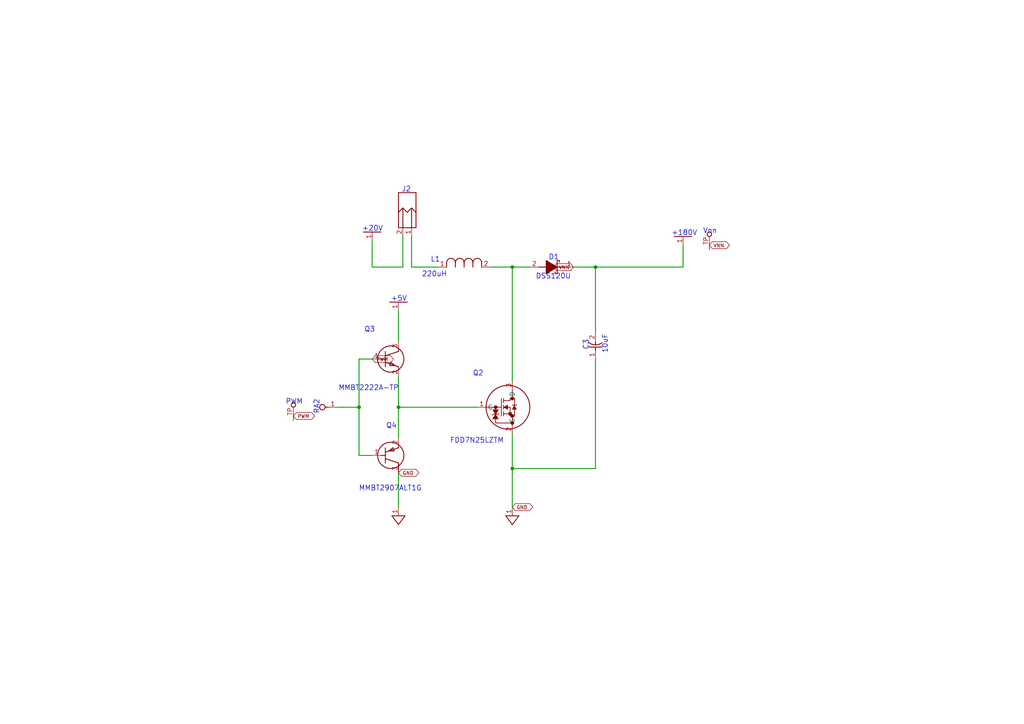
<source format=kicad_sch>
(kicad_sch (version 20231120) (generator "eeschema") (generator_version "8.0")
  (paper "A4")
  (lib_symbols
    (symbol "Clock Controller-eagle-import:+180V" (power)
      (symbol "+180V_1_0"
        (polyline (pts (xy -2.54 0) (xy 2.54 0)) (stroke (width 0.25)))
        (pin power_in line (at 0 -2.54 90) (length 2.54) (name "+24V") (number "1"))
      )
    )
    (symbol "Clock Controller-eagle-import:+20V" (power)
      (symbol "+20V_1_0"
        (polyline (pts (xy -2.54 0) (xy 2.54 0)) (stroke (width 0.25)))
        (pin power_in line (at 0 -2.54 90) (length 2.54) (name "+20V") (number "1"))
      )
    )
    (symbol "Clock Controller-eagle-import:+5V" (power)
      (symbol "+5V_1_0"
        (polyline (pts (xy -2.54 0) (xy 2.54 0)) (stroke (width 0.25)))
        (pin power_in line (at 0 -2.54 90) (length 2.54) (name "+5V") (number "1"))
      )
    )
    (symbol "Clock Controller-eagle-import:CAP_1206"
      (symbol "CAP_1206_1_0"
        (polyline (pts (xy -1.27 0) (xy -0.33 0)) (stroke (width 0.25)))
        (polyline (pts (xy -0.33 -1.905) (xy -0.33 1.905)) (stroke (width 0.25)))
        (polyline (pts (xy 0.305 0) (xy 1.27 0)) (stroke (width 0.25)))
        (arc (start 0.944 1.911) (mid 0.3044 0.0001) (end 0.9439 -1.9109) (stroke (width 0.254)))
        (pin passive line (at -3.81 0 0) (length 2.54) (name "1") (number "1"))
        (pin passive line (at 3.81 0 180) (length 2.54) (name "2") (number "2"))
      )
    )
    (symbol "Clock Controller-eagle-import:DSS120U"
      (symbol "DSS120U_1_0"
        (polyline (pts (xy -3.81 0) (xy -1.6 0)) (stroke (width 0.25)))
        (polyline (pts (xy -1.6 -1.905) (xy 1.575 0)) (stroke (width 0.25)))
        (polyline (pts (xy -1.6 1.905) (xy -1.6 -1.905)) (stroke (width 0.25)))
        (polyline (pts (xy 0.94 -1.905) (xy 0.94 -1.429)) (stroke (width 0.25)))
        (polyline (pts (xy 0.94 -1.905) (xy 1.575 -1.905)) (stroke (width 0.25)))
        (polyline (pts (xy 1.575 -1.905) (xy 1.575 1.905)) (stroke (width 0.25)))
        (polyline (pts (xy 1.575 0) (xy -1.6 1.905)) (stroke (width 0.25)))
        (polyline (pts (xy 1.575 0) (xy 3.81 0)) (stroke (width 0.25)))
        (polyline (pts (xy 1.575 1.905) (xy 2.21 1.905)) (stroke (width 0.25)))
        (polyline (pts (xy 2.21 1.429) (xy 2.21 1.905)) (stroke (width 0.25)))
        (polyline (pts (xy -1.6 1.905) (xy -1.6 -1.905) (xy 1.575 0)) (stroke (width 0.002)) (fill (type outline)))
        (pin passive line (at 6.35 0 180) (length 2.54) (name "K") (number "1"))
        (pin passive line (at -6.35 0 0) (length 2.54) (name "A") (number "2"))
      )
    )
    (symbol "Clock Controller-eagle-import:FDD7N25LZTM"
      (symbol "FDD7N25LZTM_1_0"
        (polyline (pts (xy 2.54 0) (xy 6.985 0)) (stroke (width 0.203)))
        (polyline (pts (xy 4.509 -3.365) (xy 5.27 -2.096)) (stroke (width 0.127)))
        (polyline (pts (xy 4.509 -3.365) (xy 5.27 -2.096)) (stroke (width 0.203)))
        (polyline (pts (xy 4.572 -2.032) (xy 4.318 -2.286)) (stroke (width 0.203)))
        (polyline (pts (xy 4.572 -2.032) (xy 6.096 -2.032)) (stroke (width 0.203)))
        (polyline (pts (xy 4.572 -0.762) (xy 6.096 -0.762)) (stroke (width 0.127)))
        (polyline (pts (xy 4.572 -0.762) (xy 6.096 -0.762)) (stroke (width 0.203)))
        (polyline (pts (xy 5.27 -2.096) (xy 6.033 -3.365)) (stroke (width 0.127)))
        (polyline (pts (xy 5.27 -2.096) (xy 6.033 -3.365)) (stroke (width 0.203)))
        (polyline (pts (xy 5.334 -4.572) (xy 5.334 0)) (stroke (width 0.203)))
        (polyline (pts (xy 5.334 -2.032) (xy 4.572 -0.762)) (stroke (width 0.127)))
        (polyline (pts (xy 5.334 -2.032) (xy 4.572 -0.762)) (stroke (width 0.203)))
        (polyline (pts (xy 5.334 -2.032) (xy 5.08 -0.762)) (stroke (width 0.127)))
        (polyline (pts (xy 6.033 -3.365) (xy 4.509 -3.365)) (stroke (width 0.203)))
        (polyline (pts (xy 6.096 -2.032) (xy 6.35 -1.778)) (stroke (width 0.203)))
        (polyline (pts (xy 6.096 -0.762) (xy 5.334 -2.032)) (stroke (width 0.203)))
        (polyline (pts (xy 6.985 -2.54) (xy 6.985 2.54)) (stroke (width 0.203)))
        (polyline (pts (xy 7.62 -2.54) (xy 7.62 -1.27)) (stroke (width 0.203)))
        (polyline (pts (xy 7.62 -1.905) (xy 9.525 -1.905)) (stroke (width 0.203)))
        (polyline (pts (xy 7.62 -0.635) (xy 7.62 0.635)) (stroke (width 0.203)))
        (polyline (pts (xy 7.62 0) (xy 8.89 -0.635)) (stroke (width 0.025)))
        (polyline (pts (xy 7.62 1.27) (xy 7.62 2.54)) (stroke (width 0.203)))
        (polyline (pts (xy 7.62 1.905) (xy 9.525 1.905)) (stroke (width 0.203)))
        (polyline (pts (xy 8.89 0) (xy 9.525 0)) (stroke (width 0.203)))
        (polyline (pts (xy 8.89 0.635) (xy 7.62 0)) (stroke (width 0.025)))
        (polyline (pts (xy 9.525 -2.54) (xy 9.525 0)) (stroke (width 0.203)))
        (polyline (pts (xy 9.525 -2.54) (xy 10.795 -2.54)) (stroke (width 0.203)))
        (polyline (pts (xy 9.525 1.905) (xy 9.525 2.54)) (stroke (width 0.203)))
        (polyline (pts (xy 9.525 2.54) (xy 10.795 2.54)) (stroke (width 0.203)))
        (polyline (pts (xy 10.16 -4.572) (xy 5.334 -4.572)) (stroke (width 0.203)))
        (polyline (pts (xy 10.16 -2.54) (xy 10.16 -5.08)) (stroke (width 0.203)))
        (polyline (pts (xy 10.16 -0.635) (xy 10.795 0.635)) (stroke (width 0.025)))
        (polyline (pts (xy 10.16 5.08) (xy 10.16 2.54)) (stroke (width 0.203)))
        (polyline (pts (xy 10.795 -2.54) (xy 10.795 -0.635)) (stroke (width 0.203)))
        (polyline (pts (xy 10.795 0.635) (xy 10.795 2.54)) (stroke (width 0.203)))
        (polyline (pts (xy 11.43 -0.635) (xy 10.16 -0.635)) (stroke (width 0.025)))
        (polyline (pts (xy 11.43 0.635) (xy 10.16 0.635)) (stroke (width 0.203)))
        (polyline (pts (xy 4.509 -3.365) (xy 5.27 -2.096) (xy 6.033 -3.365)) (stroke (width 0.002)) (fill (type outline)))
        (polyline (pts (xy 5.334 -2.032) (xy 4.572 -0.762) (xy 6.096 -0.762)) (stroke (width 0.002)) (fill (type outline)))
        (polyline (pts (xy 8.89 0.635) (xy 7.62 0) (xy 8.89 -0.635)) (stroke (width 0.002)) (fill (type outline)))
        (polyline (pts (xy 11.43 -0.635) (xy 10.16 -0.635) (xy 10.795 0.635)) (stroke (width 0.002)) (fill (type outline)))
        (circle (center 5.334 0) (radius 0.025) (stroke (width 0.508)))
        (circle (center 8.89 0) (radius 6.35) (stroke (width 0.254)))
        (circle (center 9.525 -1.905) (radius 0.025) (stroke (width 0.508)))
        (circle (center 10.16 -4.572) (radius 0.025) (stroke (width 0.508)))
        (circle (center 10.16 -2.54) (radius 0.025) (stroke (width 0.508)))
        (circle (center 10.16 2.54) (radius 0.025) (stroke (width 0.508)))
        (pin bidirectional line (at 0 0 0) (length 2.54) (name "G") (number "1"))
        (pin bidirectional line (at 10.16 -7.62 90) (length 2.54) (name "S") (number "2"))
        (pin bidirectional line (at 10.16 7.62 270) (length 2.54) (name "D") (number "3"))
      )
    )
    (symbol "Clock Controller-eagle-import:GND_DIGITAL" (power)
      (symbol "GND_DIGITAL_1_0"
        (polyline (pts (xy -1.905 1.27) (xy 0 -1.27)) (stroke (width 0.25)))
        (polyline (pts (xy -1.905 1.27) (xy 1.905 1.27)) (stroke (width 0.25)))
        (polyline (pts (xy 0 -1.27) (xy 1.905 1.27)) (stroke (width 0.25)))
        (pin power_in line (at 0 3.81 270) (length 2.54) (name "GNDD") (number "1"))
      )
    )
    (symbol "Clock Controller-eagle-import:HDR-1X2H"
      (symbol "HDR-1X2H_1_0"
        (polyline (pts (xy -5.08 -2.54) (xy -5.08 2.54)) (stroke (width 0.25)))
        (polyline (pts (xy -5.08 2.54) (xy 5.08 2.54)) (stroke (width 0.25)))
        (polyline (pts (xy -0.635 -1.27) (xy 0.635 -2.54)) (stroke (width 0.25)))
        (polyline (pts (xy -0.635 -1.27) (xy 0.635 0)) (stroke (width 0.25)))
        (polyline (pts (xy -0.635 -1.27) (xy 5.08 -1.27)) (stroke (width 0.25)))
        (polyline (pts (xy -0.635 1.27) (xy 0.635 0)) (stroke (width 0.25)))
        (polyline (pts (xy -0.635 1.27) (xy 0.635 2.54)) (stroke (width 0.25)))
        (polyline (pts (xy -0.635 1.27) (xy 5.08 1.27)) (stroke (width 0.25)))
        (polyline (pts (xy 5.08 -2.54) (xy -5.08 -2.54)) (stroke (width 0.25)))
        (polyline (pts (xy 5.08 2.54) (xy 5.08 -2.54)) (stroke (width 0.25)))
        (pin passive line (at 7.62 1.27 180) (length 2.54) (name "P1") (number "1"))
        (pin passive line (at 7.62 -1.27 180) (length 2.54) (name "P2") (number "2"))
      )
    )
    (symbol "Clock Controller-eagle-import:MMBT2222A-TP"
      (symbol "MMBT2222A-TP_1_0"
        (polyline (pts (xy 3.505 0) (xy 4.775 0)) (stroke (width 0.25)))
        (polyline (pts (xy 4.775 -2.21) (xy 4.775 2.21)) (stroke (width 0.25)))
        (polyline (pts (xy 4.775 -0.94) (xy 8.585 -2.21)) (stroke (width 0.25)))
        (polyline (pts (xy 4.775 0.94) (xy 8.585 2.21)) (stroke (width 0.25)))
        (polyline (pts (xy 6.045 -1.905) (xy 6.35 -0.94)) (stroke (width 0.25)))
        (polyline (pts (xy 6.35 -0.94) (xy 7.62 -1.905)) (stroke (width 0.25)))
        (polyline (pts (xy 7.62 -1.905) (xy 6.045 -1.905)) (stroke (width 0.25)))
        (polyline (pts (xy 8.585 -2.54) (xy 8.585 -2.21)) (stroke (width 0.25)))
        (polyline (pts (xy 8.585 2.21) (xy 8.585 2.54)) (stroke (width 0.25)))
        (circle (center 6.35 0) (radius 3.81) (stroke (width 0.254)))
        (pin passive line (at 0.965 0 0) (length 2.54) (name "B") (number "1"))
        (pin passive line (at 8.585 -5.08 90) (length 2.54) (name "E") (number "2"))
        (pin passive line (at 8.585 5.08 270) (length 2.54) (name "C") (number "3"))
      )
    )
    (symbol "Clock Controller-eagle-import:MMBT2907ALT1G"
      (symbol "MMBT2907ALT1G_1_0"
        (polyline (pts (xy -2.845 0.572) (xy -1.575 0.572)) (stroke (width 0.25)))
        (polyline (pts (xy -1.575 -0.368) (xy 2.235 -1.638)) (stroke (width 0.25)))
        (polyline (pts (xy -1.575 1.511) (xy 2.235 2.781)) (stroke (width 0.25)))
        (polyline (pts (xy -1.575 2.781) (xy -1.575 -1.638)) (stroke (width 0.25)))
        (polyline (pts (xy -0.635 1.841) (xy 0.965 1.841)) (stroke (width 0.25)))
        (polyline (pts (xy 0.635 2.781) (xy -0.635 1.841)) (stroke (width 0.25)))
        (polyline (pts (xy 0.965 1.841) (xy 0.635 2.781)) (stroke (width 0.25)))
        (polyline (pts (xy 2.235 -1.638) (xy 2.235 -4.381)) (stroke (width 0.25)))
        (polyline (pts (xy 2.235 3.111) (xy 2.235 2.781)) (stroke (width 0.25)))
        (circle (center 0 0.571) (radius 3.81) (stroke (width 0.254)))
        (pin passive line (at -5.385 0.572 0) (length 2.54) (name "B") (number "1"))
        (pin passive line (at 2.235 5.639 270) (length 2.54) (name "E") (number "2"))
        (pin passive line (at 2.235 -4.496 90) (length 2.54) (name "C") (number "3"))
      )
    )
    (symbol "Clock Controller-eagle-import:RA2" (power)
      (symbol "RA2_1_0"
        (circle (center -0.476 0) (radius 0.794) (stroke (width 0.25)))
        (polyline (pts (xy 1.27 0) (xy 0.317 0)) (stroke (width 0.25)))
        (pin power_in line (at 3.81 0 180) (length 2.54) (name "1") (number "1"))
      )
    )
    (symbol "Clock Controller-eagle-import:SRN8040TA-221M"
      (symbol "SRN8040TA-221M_1_0"
        (polyline (pts (xy 3.81 0) (xy 3.81 1.27)) (stroke (width 0.25)))
        (polyline (pts (xy 6.35 0) (xy 6.35 1.27)) (stroke (width 0.25)))
        (polyline (pts (xy 8.89 0) (xy 8.89 1.27)) (stroke (width 0.25)))
        (polyline (pts (xy 11.43 0) (xy 11.43 1.27)) (stroke (width 0.25)))
        (polyline (pts (xy 13.97 0) (xy 13.97 1.27)) (stroke (width 0.25)))
        (arc (start 6.35 1.27) (mid 5.08 2.5401) (end 3.81 1.2699) (stroke (width 0.254)))
        (arc (start 8.89 1.27) (mid 7.62 2.5401) (end 6.35 1.2699) (stroke (width 0.254)))
        (arc (start 11.43 1.27) (mid 10.16 2.5401) (end 8.89 1.2699) (stroke (width 0.254)))
        (arc (start 13.97 1.27) (mid 12.7 2.5401) (end 11.43 1.2699) (stroke (width 0.254)))
        (pin passive line (at 1.27 0 0) (length 2.54) (name "1") (number "1"))
        (pin passive line (at 16.51 0 180) (length 2.54) (name "2") (number "2"))
      )
    )
    (symbol "Clock Controller-eagle-import:TP_1.25MM"
      (symbol "TP_1.25MM_1_0"
        (circle (center 0 0.635) (radius 0.635) (stroke (width 0.254)))
        (pin passive line (at 0 -2.54 90) (length 2.54) (name "TP") (number "TP"))
      )
    )
  )
  (junction (at 115.57 118.11))
  (junction (at 172.72 77.47))
  (junction (at 148.59 135.89))
  (junction (at 148.59 77.47))
  (junction (at 104.14 118.11))
  (wire (pts (xy 198.12 77.47) (xy 198.12 71.12)) (stroke (width 0.25)))
  (wire (pts (xy 148.59 125.73) (xy 148.59 135.89)) (stroke (width 0.25)))
  (wire (pts (xy 115.57 109.22) (xy 115.57 118.11)) (stroke (width 0.25)))
  (wire (pts (xy 148.59 135.89) (xy 172.72 135.89)) (stroke (width 0.25)))
  (wire (pts (xy 85.09 120.65) (xy 85.09 121.92)) (stroke (width 0.25)))
  (wire (pts (xy 205.74 71.12) (xy 205.74 72.39)) (stroke (width 0.25)))
  (wire (pts (xy 107.95 69.85) (xy 107.95 77.47)) (stroke (width 0.25)))
  (wire (pts (xy 115.57 99.06) (xy 115.57 90.17)) (stroke (width 0.25)))
  (wire (pts (xy 107.95 104.14) (xy 104.14 104.14)) (stroke (width 0.25)))
  (wire (pts (xy 172.72 135.89) (xy 172.72 104.14)) (stroke (width 0.25)))
  (wire (pts (xy 148.59 147.066) (xy 148.59 135.89)) (stroke (width 0.25)))
  (wire (pts (xy 104.14 104.14) (xy 104.14 118.11)) (stroke (width 0.25)))
  (wire (pts (xy 119.38 68.58) (xy 119.38 77.47)) (stroke (width 0.25)))
  (wire (pts (xy 116.84 77.47) (xy 116.84 68.58)) (stroke (width 0.25)))
  (wire (pts (xy 172.72 77.47) (xy 198.12 77.47)) (stroke (width 0.25)))
  (wire (pts (xy 148.59 110.49) (xy 148.59 77.47)) (stroke (width 0.25)))
  (wire (pts (xy 97.79 118.11) (xy 104.14 118.11)) (stroke (width 0.25)))
  (wire (pts (xy 148.59 77.47) (xy 153.67 77.47)) (stroke (width 0.25)))
  (wire (pts (xy 115.57 118.11) (xy 115.57 127.013)) (stroke (width 0.25)))
  (wire (pts (xy 138.43 118.11) (xy 115.57 118.11)) (stroke (width 0.25)))
  (wire (pts (xy 166.37 77.47) (xy 172.72 77.47)) (stroke (width 0.25)))
  (wire (pts (xy 172.72 77.47) (xy 172.72 96.52)) (stroke (width 0.25)))
  (wire (pts (xy 107.95 77.47) (xy 116.84 77.47)) (stroke (width 0.25)))
  (wire (pts (xy 104.14 118.11) (xy 104.14 132.08)) (stroke (width 0.25)))
  (wire (pts (xy 104.14 132.08) (xy 107.95 132.08)) (stroke (width 0.25)))
  (wire (pts (xy 115.57 137.147) (xy 115.57 147.066)) (stroke (width 0.25)))
  (wire (pts (xy 142.24 77.47) (xy 148.59 77.47)) (stroke (width 0.25)))
  (wire (pts (xy 119.38 77.47) (xy 127 77.47)) (stroke (width 0.25)))
  (text "MMBT2222A-TP" (at 98.142 111.76 0) (effects (font (size 1.48 1.48)) (justify left top)))
  (text "FDD7N25LZTM" (at 130.499 127 0) (effects (font (size 1.48 1.48)) (justify left top)))
  (text "+180V" (at 194.737 68.52 0) (effects (font (size 1.48 1.48)) (justify left bottom)))
  (text "D1" (at 159.091 75.565 0) (effects (font (size 1.48 1.48)) (justify left bottom)))
  (text "J2" (at 119.22 55.88 0) (effects (font (size 1.48 1.48)) (justify right bottom)))
  (text "PWM" (at 82.797 117.475 0) (effects (font (size 1.48 1.48)) (justify left bottom)))
  (text "C3" (at 170.809 101.622 90) (effects (font (size 1.48 1.48)) (justify left bottom)))
  (text "DSS120U" (at 155.363 79.375 0) (effects (font (size 1.48 1.48)) (justify left top)))
  (text "Vnn" (at 203.885 67.945 0) (effects (font (size 1.48 1.48)) (justify left bottom)))
  (text "RA2" (at 92.71 120.185 90) (effects (font (size 1.48 1.48)) (justify left bottom)))
  (text "Q2" (at 137.101 109.22 0) (effects (font (size 1.48 1.48)) (justify left bottom)))
  (text "MMBT2907ALT1G" (at 104.058 140.843 0) (effects (font (size 1.48 1.48)) (justify left top)))
  (text "220uH" (at 122.346 78.74 0) (effects (font (size 1.48 1.48)) (justify left top)))
  (text "+5V" (at 113.35 87.57 0) (effects (font (size 1.48 1.48)) (justify left bottom)))
  (text "Q4" (at 111.969 124.46 0) (effects (font (size 1.48 1.48)) (justify left bottom)))
  (text "Q3" (at 105.655 96.52 0) (effects (font (size 1.48 1.48)) (justify left bottom)))
  (text "+20V" (at 104.984 67.25 0) (effects (font (size 1.48 1.48)) (justify left bottom)))
  (text "L1" (at 124.875 76.2 0) (effects (font (size 1.48 1.48)) (justify left bottom)))
  (text "10uF" (at 174.631 102.604 90) (effects (font (size 1.48 1.48)) (justify left top)))
  (global_label "GND" (shape bidirectional) (at 148.59 147.066 0) (effects (font (size 1.016 1.016))) (property "Intersheetrefs" "${INTERSHEET_REFS}" (effects (hide yes))))
  (global_label "VNN" (shape bidirectional) (at 166.37 77.47 180) (effects (font (size 1.016 1.016))) (property "Intersheetrefs" "${INTERSHEET_REFS}" (effects (hide yes))))
  (global_label "PWM" (shape bidirectional) (at 85.09 120.65 0) (effects (font (size 1.016 1.016))) (property "Intersheetrefs" "${INTERSHEET_REFS}" (effects (hide yes))))
  (global_label "VNN" (shape bidirectional) (at 205.74 71.12 0) (effects (font (size 1.016 1.016))) (property "Intersheetrefs" "${INTERSHEET_REFS}" (effects (hide yes))))
  (global_label "GND" (shape bidirectional) (at 115.57 137.147 0) (effects (font (size 1.016 1.016))) (property "Intersheetrefs" "${INTERSHEET_REFS}" (effects (hide yes))))
  (global_label "PWM" (shape bidirectional) (at 107.95 104.14 0) (effects (font (size 1.016 1.016))) (property "Intersheetrefs" "${INTERSHEET_REFS}" (effects (hide yes))))
  (symbol (lib_id "Clock Controller-eagle-import:HDR-1X2H") (at 118.11 60.96 270) (unit 1)
    (property "Reference" "J2" (effects (hide yes)))
    (property "Value" "HDR-1X2H" (effects (hide yes)))
    (property "Footprint" "Clock Controller:HDR-1X2H" (effects (hide yes)))
  )
  (symbol (lib_id "Clock Controller-eagle-import:GND_DIGITAL") (at 148.59 150.876 0) (unit 1)
    (property "Reference" "#NetPort013" (effects (hide yes)))
    (property "Value" "GND_DIGITAL" (effects (hide yes)))
  )
  (symbol (lib_id "Clock Controller-eagle-import:+180V") (at 198.12 68.58 0) (unit 1)
    (property "Reference" "#NetPort07" (effects (hide yes)))
    (property "Value" "+180V" (effects (hide yes)))
  )
  (symbol (lib_id "Clock Controller-eagle-import:DSS120U") (at 160.02 77.47 0) (unit 1)
    (property "Reference" "D1" (effects (hide yes)))
    (property "Value" "DSS120U" (effects (hide yes)))
    (property "Footprint" "Clock Controller:SODFL390X160X160L90X160N" (effects (hide yes)))
  )
  (symbol (lib_id "Clock Controller-eagle-import:FDD7N25LZTM") (at 138.43 118.11 0) (unit 1)
    (property "Reference" "Q2" (effects (hide yes)))
    (property "Value" "FDD7N25LZTM" (effects (hide yes)))
    (property "Footprint" "Clock Controller:DPAK3P457_990X250L129X75T444X550N" (effects (hide yes)))
  )
  (symbol (lib_id "Clock Controller-eagle-import:MMBT2907ALT1G") (at 113.335 132.652 0) (unit 1)
    (property "Reference" "Q4" (effects (hide yes)))
    (property "Value" "MMBT2907ALT1G" (effects (hide yes)))
    (property "Footprint" "Clock Controller:SOT23-3P95_240X110L43X44N" (effects (hide yes)))
  )
  (symbol (lib_id "Clock Controller-eagle-import:TP_1.25MM") (at 205.74 68.58 0) (unit 1)
    (property "Reference" "Vnn0" (effects (hide yes)))
    (property "Value" "Most Density" (effects (hide yes)))
    (property "Footprint" "Clock Controller:TP_1.25MM" (effects (hide yes)))
  )
  (symbol (lib_id "Clock Controller-eagle-import:RA2") (at 93.98 118.11 0) (unit 1)
    (property "Reference" "#NetPort05" (effects (hide yes)))
    (property "Value" "RA2" (effects (hide yes)))
  )
  (symbol (lib_id "Clock Controller-eagle-import:CAP_1206") (at 172.72 100.33 90) (unit 1)
    (property "Reference" "C3" (effects (hide yes)))
    (property "Value" "10uF" (effects (hide yes)))
    (property "Footprint" "Clock Controller:CAP_1206" (effects (hide yes)))
  )
  (symbol (lib_id "Clock Controller-eagle-import:SRN8040TA-221M") (at 125.73 77.47 0) (unit 1)
    (property "Reference" "L1" (effects (hide yes)))
    (property "Value" "220uH" (effects (hide yes)))
    (property "Footprint" "Clock Controller:SRN8040TA221M" (effects (hide yes)))
  )
  (symbol (lib_id "Clock Controller-eagle-import:TP_1.25MM") (at 85.09 118.11 0) (unit 1)
    (property "Reference" "PWM0" (effects (hide yes)))
    (property "Value" "Most Density" (effects (hide yes)))
    (property "Footprint" "Clock Controller:TP_1.25MM" (effects (hide yes)))
  )
  (symbol (lib_id "Clock Controller-eagle-import:+5V") (at 115.57 87.63 0) (unit 1)
    (property "Reference" "#NetPort019" (effects (hide yes)))
    (property "Value" "+5V" (effects (hide yes)))
  )
  (symbol (lib_id "Clock Controller-eagle-import:GND_DIGITAL") (at 115.57 150.876 0) (unit 1)
    (property "Reference" "#NetPort012" (effects (hide yes)))
    (property "Value" "GND_DIGITAL" (effects (hide yes)))
  )
  (symbol (lib_id "Clock Controller-eagle-import:+20V") (at 107.95 67.31 0) (unit 1)
    (property "Reference" "#NetPort011" (effects (hide yes)))
    (property "Value" "+20V" (effects (hide yes)))
  )
  (symbol (lib_id "Clock Controller-eagle-import:MMBT2222A-TP") (at 106.985 104.14 0) (unit 1)
    (property "Reference" "Q3" (effects (hide yes)))
    (property "Value" "MMBT2222A-TP" (effects (hide yes)))
    (property "Footprint" "Clock Controller:SOT23-3P95_240X110L43X44N" (effects (hide yes)))
  )
)
</source>
